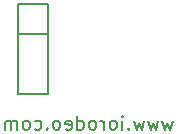
<source format=gbo>
G04 (created by PCBNEW-RS274X (2012-apr-16-27)-stable) date Sat 13 Sep 2014 01:38:15 PM PDT*
G01*
G70*
G90*
%MOIN*%
G04 Gerber Fmt 3.4, Leading zero omitted, Abs format*
%FSLAX34Y34*%
G04 APERTURE LIST*
%ADD10C,0.006000*%
%ADD11C,0.008000*%
G04 APERTURE END LIST*
G54D10*
G54D11*
X46156Y-45382D02*
X46070Y-45682D01*
X45984Y-45468D01*
X45899Y-45682D01*
X45813Y-45382D01*
X45685Y-45382D02*
X45599Y-45682D01*
X45513Y-45468D01*
X45428Y-45682D01*
X45342Y-45382D01*
X45214Y-45382D02*
X45128Y-45682D01*
X45042Y-45468D01*
X44957Y-45682D01*
X44871Y-45382D01*
X44700Y-45639D02*
X44678Y-45661D01*
X44700Y-45682D01*
X44721Y-45661D01*
X44700Y-45639D01*
X44700Y-45682D01*
X44486Y-45682D02*
X44486Y-45382D01*
X44486Y-45232D02*
X44507Y-45254D01*
X44486Y-45275D01*
X44464Y-45254D01*
X44486Y-45232D01*
X44486Y-45275D01*
X44208Y-45682D02*
X44250Y-45661D01*
X44272Y-45639D01*
X44293Y-45596D01*
X44293Y-45468D01*
X44272Y-45425D01*
X44250Y-45404D01*
X44208Y-45382D01*
X44143Y-45382D01*
X44100Y-45404D01*
X44079Y-45425D01*
X44058Y-45468D01*
X44058Y-45596D01*
X44079Y-45639D01*
X44100Y-45661D01*
X44143Y-45682D01*
X44208Y-45682D01*
X43865Y-45682D02*
X43865Y-45382D01*
X43865Y-45468D02*
X43843Y-45425D01*
X43822Y-45404D01*
X43779Y-45382D01*
X43736Y-45382D01*
X43522Y-45682D02*
X43564Y-45661D01*
X43586Y-45639D01*
X43607Y-45596D01*
X43607Y-45468D01*
X43586Y-45425D01*
X43564Y-45404D01*
X43522Y-45382D01*
X43457Y-45382D01*
X43414Y-45404D01*
X43393Y-45425D01*
X43372Y-45468D01*
X43372Y-45596D01*
X43393Y-45639D01*
X43414Y-45661D01*
X43457Y-45682D01*
X43522Y-45682D01*
X42986Y-45682D02*
X42986Y-45232D01*
X42986Y-45661D02*
X43029Y-45682D01*
X43115Y-45682D01*
X43157Y-45661D01*
X43179Y-45639D01*
X43200Y-45596D01*
X43200Y-45468D01*
X43179Y-45425D01*
X43157Y-45404D01*
X43115Y-45382D01*
X43029Y-45382D01*
X42986Y-45404D01*
X42600Y-45661D02*
X42643Y-45682D01*
X42729Y-45682D01*
X42772Y-45661D01*
X42793Y-45618D01*
X42793Y-45446D01*
X42772Y-45404D01*
X42729Y-45382D01*
X42643Y-45382D01*
X42600Y-45404D01*
X42579Y-45446D01*
X42579Y-45489D01*
X42793Y-45532D01*
X42322Y-45682D02*
X42364Y-45661D01*
X42386Y-45639D01*
X42407Y-45596D01*
X42407Y-45468D01*
X42386Y-45425D01*
X42364Y-45404D01*
X42322Y-45382D01*
X42257Y-45382D01*
X42214Y-45404D01*
X42193Y-45425D01*
X42172Y-45468D01*
X42172Y-45596D01*
X42193Y-45639D01*
X42214Y-45661D01*
X42257Y-45682D01*
X42322Y-45682D01*
X41979Y-45639D02*
X41957Y-45661D01*
X41979Y-45682D01*
X42000Y-45661D01*
X41979Y-45639D01*
X41979Y-45682D01*
X41572Y-45661D02*
X41615Y-45682D01*
X41701Y-45682D01*
X41743Y-45661D01*
X41765Y-45639D01*
X41786Y-45596D01*
X41786Y-45468D01*
X41765Y-45425D01*
X41743Y-45404D01*
X41701Y-45382D01*
X41615Y-45382D01*
X41572Y-45404D01*
X41315Y-45682D02*
X41357Y-45661D01*
X41379Y-45639D01*
X41400Y-45596D01*
X41400Y-45468D01*
X41379Y-45425D01*
X41357Y-45404D01*
X41315Y-45382D01*
X41250Y-45382D01*
X41207Y-45404D01*
X41186Y-45425D01*
X41165Y-45468D01*
X41165Y-45596D01*
X41186Y-45639D01*
X41207Y-45661D01*
X41250Y-45682D01*
X41315Y-45682D01*
X40972Y-45682D02*
X40972Y-45382D01*
X40972Y-45425D02*
X40950Y-45404D01*
X40908Y-45382D01*
X40843Y-45382D01*
X40800Y-45404D01*
X40779Y-45446D01*
X40779Y-45682D01*
X40779Y-45446D02*
X40758Y-45404D01*
X40715Y-45382D01*
X40650Y-45382D01*
X40608Y-45404D01*
X40586Y-45446D01*
X40586Y-45682D01*
G54D10*
X42000Y-41500D02*
X41000Y-41500D01*
X41000Y-41500D02*
X41000Y-44500D01*
X41000Y-44500D02*
X42000Y-44500D01*
X42000Y-44500D02*
X42000Y-41500D01*
X41000Y-42500D02*
X42000Y-42500D01*
M02*

</source>
